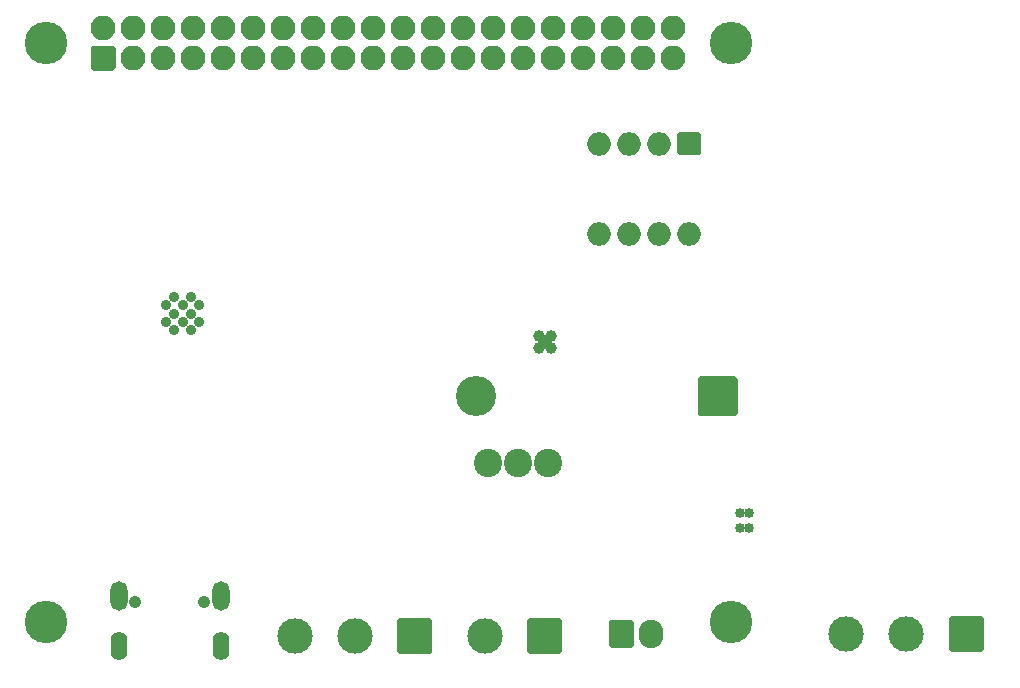
<source format=gbr>
G04 #@! TF.GenerationSoftware,KiCad,Pcbnew,(5.1.9)-1*
G04 #@! TF.CreationDate,2022-02-23T20:10:39+01:00*
G04 #@! TF.ProjectId,AnthC,416e7468-432e-46b6-9963-61645f706362,rev?*
G04 #@! TF.SameCoordinates,Original*
G04 #@! TF.FileFunction,Soldermask,Bot*
G04 #@! TF.FilePolarity,Negative*
%FSLAX46Y46*%
G04 Gerber Fmt 4.6, Leading zero omitted, Abs format (unit mm)*
G04 Created by KiCad (PCBNEW (5.1.9)-1) date 2022-02-23 20:10:39*
%MOMM*%
%LPD*%
G01*
G04 APERTURE LIST*
%ADD10C,0.900000*%
%ADD11C,3.400000*%
%ADD12C,0.850000*%
%ADD13O,2.100000X2.100000*%
%ADD14C,2.400000*%
%ADD15C,3.000000*%
%ADD16C,1.000000*%
%ADD17O,2.000000X2.000000*%
%ADD18C,1.050000*%
%ADD19O,1.450000X2.500000*%
%ADD20O,1.400000X2.400000*%
%ADD21O,2.100000X2.400000*%
%ADD22C,3.600000*%
G04 APERTURE END LIST*
D10*
G04 #@! TO.C,U6*
X195810000Y-120000000D03*
X195810000Y-121400000D03*
X195810000Y-122800000D03*
X194410000Y-120000000D03*
X194410000Y-121400000D03*
X194410000Y-122800000D03*
X193710000Y-120700000D03*
X195110000Y-120700000D03*
X196510000Y-120700000D03*
X196510000Y-122100000D03*
X195110000Y-122100000D03*
X193710000Y-122100000D03*
G04 #@! TD*
G04 #@! TO.C,BT1*
G36*
G01*
X242100000Y-126900000D02*
X242100000Y-129900000D01*
G75*
G02*
X241900000Y-130100000I-200000J0D01*
G01*
X238900000Y-130100000D01*
G75*
G02*
X238700000Y-129900000I0J200000D01*
G01*
X238700000Y-126900000D01*
G75*
G02*
X238900000Y-126700000I200000J0D01*
G01*
X241900000Y-126700000D01*
G75*
G02*
X242100000Y-126900000I0J-200000D01*
G01*
G37*
D11*
X219910000Y-128400000D03*
G04 #@! TD*
D12*
G04 #@! TO.C,U12*
X243100000Y-139500000D03*
X242300000Y-139500000D03*
X243100000Y-138300000D03*
X242300000Y-138300000D03*
G04 #@! TD*
D13*
G04 #@! TO.C,J3*
X236632600Y-97232300D03*
X236632600Y-99772300D03*
X234092600Y-97232300D03*
X234092600Y-99772300D03*
X231552600Y-97232300D03*
X231552600Y-99772300D03*
X229012600Y-97232300D03*
X229012600Y-99772300D03*
X226472600Y-97232300D03*
X226472600Y-99772300D03*
X223932600Y-97232300D03*
X223932600Y-99772300D03*
X221392600Y-97232300D03*
X221392600Y-99772300D03*
X218852600Y-97232300D03*
X218852600Y-99772300D03*
X216312600Y-97232300D03*
X216312600Y-99772300D03*
X213772600Y-97232300D03*
X213772600Y-99772300D03*
X211232600Y-97232300D03*
X211232600Y-99772300D03*
X208692600Y-97232300D03*
X208692600Y-99772300D03*
X206152600Y-97232300D03*
X206152600Y-99772300D03*
X203612600Y-97232300D03*
X203612600Y-99772300D03*
X201072600Y-97232300D03*
X201072600Y-99772300D03*
X198532600Y-97232300D03*
X198532600Y-99772300D03*
X195992600Y-97232300D03*
X195992600Y-99772300D03*
X193452600Y-97232300D03*
X193452600Y-99772300D03*
X190912600Y-97232300D03*
X190912600Y-99772300D03*
X188372600Y-97232300D03*
G36*
G01*
X189222600Y-100822300D02*
X187522600Y-100822300D01*
G75*
G02*
X187322600Y-100622300I0J200000D01*
G01*
X187322600Y-98922300D01*
G75*
G02*
X187522600Y-98722300I200000J0D01*
G01*
X189222600Y-98722300D01*
G75*
G02*
X189422600Y-98922300I0J-200000D01*
G01*
X189422600Y-100622300D01*
G75*
G02*
X189222600Y-100822300I-200000J0D01*
G01*
G37*
G04 #@! TD*
D14*
G04 #@! TO.C,TP3*
X223500000Y-134000000D03*
G04 #@! TD*
G04 #@! TO.C,TP2*
X221000000Y-134000000D03*
G04 #@! TD*
G04 #@! TO.C,TP1*
X226000000Y-134000000D03*
G04 #@! TD*
G04 #@! TO.C,J4*
G36*
G01*
X216260000Y-147400000D02*
X216260000Y-150000000D01*
G75*
G02*
X216060000Y-150200000I-200000J0D01*
G01*
X213460000Y-150200000D01*
G75*
G02*
X213260000Y-150000000I0J200000D01*
G01*
X213260000Y-147400000D01*
G75*
G02*
X213460000Y-147200000I200000J0D01*
G01*
X216060000Y-147200000D01*
G75*
G02*
X216260000Y-147400000I0J-200000D01*
G01*
G37*
D15*
X209680000Y-148700000D03*
X204600000Y-148700000D03*
G04 #@! TD*
D16*
G04 #@! TO.C,U9*
X225800000Y-123800000D03*
X226300000Y-124300000D03*
X225300000Y-124300000D03*
X226300000Y-123300000D03*
X225300000Y-123300000D03*
G04 #@! TD*
D17*
G04 #@! TO.C,SW1*
X238000000Y-114620000D03*
X230380000Y-107000000D03*
X235460000Y-114620000D03*
X232920000Y-107000000D03*
X232920000Y-114620000D03*
X235460000Y-107000000D03*
X230380000Y-114620000D03*
G36*
G01*
X237200000Y-106000000D02*
X238800000Y-106000000D01*
G75*
G02*
X239000000Y-106200000I0J-200000D01*
G01*
X239000000Y-107800000D01*
G75*
G02*
X238800000Y-108000000I-200000J0D01*
G01*
X237200000Y-108000000D01*
G75*
G02*
X237000000Y-107800000I0J200000D01*
G01*
X237000000Y-106200000D01*
G75*
G02*
X237200000Y-106000000I200000J0D01*
G01*
G37*
G04 #@! TD*
G04 #@! TO.C,J5*
G36*
G01*
X262960000Y-147200000D02*
X262960000Y-149800000D01*
G75*
G02*
X262760000Y-150000000I-200000J0D01*
G01*
X260160000Y-150000000D01*
G75*
G02*
X259960000Y-149800000I0J200000D01*
G01*
X259960000Y-147200000D01*
G75*
G02*
X260160000Y-147000000I200000J0D01*
G01*
X262760000Y-147000000D01*
G75*
G02*
X262960000Y-147200000I0J-200000D01*
G01*
G37*
D15*
X256380000Y-148500000D03*
X251300000Y-148500000D03*
G04 #@! TD*
G04 #@! TO.C,J2*
G36*
G01*
X227260000Y-147400000D02*
X227260000Y-150000000D01*
G75*
G02*
X227060000Y-150200000I-200000J0D01*
G01*
X224460000Y-150200000D01*
G75*
G02*
X224260000Y-150000000I0J200000D01*
G01*
X224260000Y-147400000D01*
G75*
G02*
X224460000Y-147200000I200000J0D01*
G01*
X227060000Y-147200000D01*
G75*
G02*
X227260000Y-147400000I0J-200000D01*
G01*
G37*
X220680000Y-148700000D03*
G04 #@! TD*
D18*
G04 #@! TO.C,J1*
X191110000Y-145820000D03*
X196890000Y-145820000D03*
D19*
X198320000Y-145320000D03*
X189680000Y-145320000D03*
D20*
X198320000Y-149500000D03*
X189680000Y-149500000D03*
G04 #@! TD*
G04 #@! TO.C,BT2*
G36*
G01*
X233300000Y-147500000D02*
X233300000Y-149500000D01*
G75*
G02*
X233100000Y-149700000I-200000J0D01*
G01*
X231400000Y-149700000D01*
G75*
G02*
X231200000Y-149500000I0J200000D01*
G01*
X231200000Y-147500000D01*
G75*
G02*
X231400000Y-147300000I200000J0D01*
G01*
X233100000Y-147300000D01*
G75*
G02*
X233300000Y-147500000I0J-200000D01*
G01*
G37*
D21*
X234750000Y-148500000D03*
G04 #@! TD*
D22*
G04 #@! TO.C,MH4*
X183500000Y-98500000D03*
G04 #@! TD*
G04 #@! TO.C,MH3*
X241500000Y-147500000D03*
G04 #@! TD*
G04 #@! TO.C,MH2*
X183500000Y-147500000D03*
G04 #@! TD*
G04 #@! TO.C,MH1*
X241500000Y-98500000D03*
G04 #@! TD*
M02*

</source>
